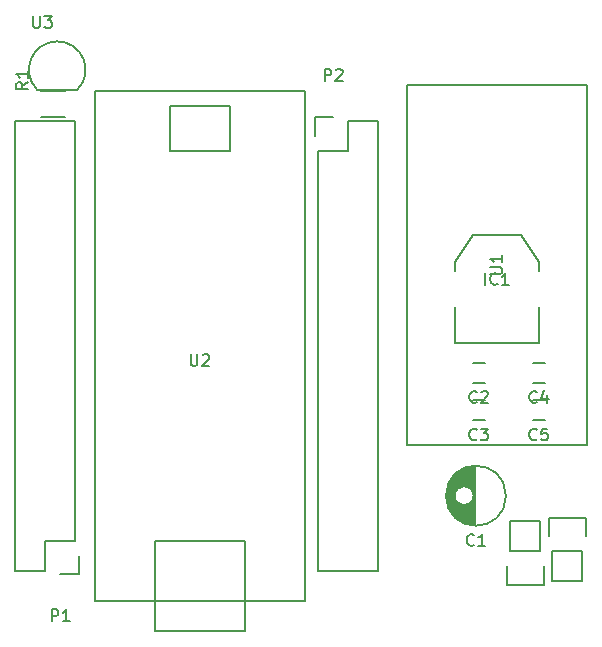
<source format=gto>
G04 #@! TF.FileFunction,Legend,Top*
%FSLAX46Y46*%
G04 Gerber Fmt 4.6, Leading zero omitted, Abs format (unit mm)*
G04 Created by KiCad (PCBNEW 4.0.2-stable) date 12-Jun-16 1:17:00 PM*
%MOMM*%
G01*
G04 APERTURE LIST*
%ADD10C,0.100000*%
%ADD11C,0.150000*%
G04 APERTURE END LIST*
D10*
D11*
X171899000Y-128229000D02*
X171899000Y-123231000D01*
X171759000Y-128221000D02*
X171759000Y-125884000D01*
X171759000Y-125576000D02*
X171759000Y-123239000D01*
X171619000Y-128205000D02*
X171619000Y-126203000D01*
X171619000Y-125257000D02*
X171619000Y-123255000D01*
X171479000Y-128181000D02*
X171479000Y-126350000D01*
X171479000Y-125110000D02*
X171479000Y-123279000D01*
X171339000Y-128148000D02*
X171339000Y-126442000D01*
X171339000Y-125018000D02*
X171339000Y-123312000D01*
X171199000Y-128107000D02*
X171199000Y-126498000D01*
X171199000Y-124962000D02*
X171199000Y-123353000D01*
X171059000Y-128057000D02*
X171059000Y-126525000D01*
X171059000Y-124935000D02*
X171059000Y-123403000D01*
X170919000Y-127996000D02*
X170919000Y-126528000D01*
X170919000Y-124932000D02*
X170919000Y-123464000D01*
X170779000Y-127926000D02*
X170779000Y-126506000D01*
X170779000Y-124954000D02*
X170779000Y-123534000D01*
X170639000Y-127844000D02*
X170639000Y-126456000D01*
X170639000Y-125004000D02*
X170639000Y-123616000D01*
X170499000Y-127749000D02*
X170499000Y-126374000D01*
X170499000Y-125086000D02*
X170499000Y-123711000D01*
X170359000Y-127638000D02*
X170359000Y-126242000D01*
X170359000Y-125218000D02*
X170359000Y-123822000D01*
X170219000Y-127510000D02*
X170219000Y-125995000D01*
X170219000Y-125465000D02*
X170219000Y-123950000D01*
X170079000Y-127361000D02*
X170079000Y-124099000D01*
X169939000Y-127182000D02*
X169939000Y-124278000D01*
X169799000Y-126963000D02*
X169799000Y-124497000D01*
X169659000Y-126674000D02*
X169659000Y-124786000D01*
X169519000Y-126202000D02*
X169519000Y-125258000D01*
X171774000Y-125730000D02*
G75*
G03X171774000Y-125730000I-800000J0D01*
G01*
X174511500Y-125730000D02*
G75*
G03X174511500Y-125730000I-2537500J0D01*
G01*
X171712000Y-116166000D02*
X172712000Y-116166000D01*
X172712000Y-114466000D02*
X171712000Y-114466000D01*
X171712000Y-119341000D02*
X172712000Y-119341000D01*
X172712000Y-117641000D02*
X171712000Y-117641000D01*
X176792000Y-116166000D02*
X177792000Y-116166000D01*
X177792000Y-114466000D02*
X176792000Y-114466000D01*
X176792000Y-119341000D02*
X177792000Y-119341000D01*
X177792000Y-117641000D02*
X176792000Y-117641000D01*
X170180000Y-109728000D02*
X170180000Y-112776000D01*
X170180000Y-112776000D02*
X177292000Y-112776000D01*
X177292000Y-112776000D02*
X177292000Y-109728000D01*
X170180000Y-106680000D02*
X170180000Y-105918000D01*
X170180000Y-105918000D02*
X171704000Y-103632000D01*
X171704000Y-103632000D02*
X175768000Y-103632000D01*
X175768000Y-103632000D02*
X177292000Y-105918000D01*
X177292000Y-105918000D02*
X177292000Y-106680000D01*
X181356000Y-90932000D02*
X166116000Y-90932000D01*
X166116000Y-90932000D02*
X166116000Y-121412000D01*
X166116000Y-121412000D02*
X181356000Y-121412000D01*
X181356000Y-121412000D02*
X181356000Y-90932000D01*
X146050000Y-92710000D02*
X146050000Y-96520000D01*
X146050000Y-96520000D02*
X151130000Y-96520000D01*
X151130000Y-96520000D02*
X151130000Y-92710000D01*
X151130000Y-92710000D02*
X146050000Y-92710000D01*
X146050000Y-92710000D02*
X147320000Y-92710000D01*
X151130000Y-129540000D02*
X144780000Y-129540000D01*
X144780000Y-129540000D02*
X144780000Y-137160000D01*
X144780000Y-137160000D02*
X152400000Y-137160000D01*
X152400000Y-137160000D02*
X152400000Y-129540000D01*
X152400000Y-129540000D02*
X151130000Y-129540000D01*
X157480000Y-91440000D02*
X139700000Y-91440000D01*
X139700000Y-91440000D02*
X139700000Y-134620000D01*
X139700000Y-134620000D02*
X157480000Y-134620000D01*
X157480000Y-134620000D02*
X157480000Y-91440000D01*
X132969000Y-93980000D02*
X132969000Y-132080000D01*
X138049000Y-129540000D02*
X138049000Y-93980000D01*
X132969000Y-93980000D02*
X138049000Y-93980000D01*
X132969000Y-132080000D02*
X135509000Y-132080000D01*
X136779000Y-132360000D02*
X138329000Y-132360000D01*
X135509000Y-132080000D02*
X135509000Y-129540000D01*
X135509000Y-129540000D02*
X138049000Y-129540000D01*
X138329000Y-132360000D02*
X138329000Y-130810000D01*
X163703000Y-132080000D02*
X163703000Y-93980000D01*
X158623000Y-96520000D02*
X158623000Y-132080000D01*
X163703000Y-132080000D02*
X158623000Y-132080000D01*
X163703000Y-93980000D02*
X161163000Y-93980000D01*
X159893000Y-93700000D02*
X158343000Y-93700000D01*
X161163000Y-93980000D02*
X161163000Y-96520000D01*
X161163000Y-96520000D02*
X158623000Y-96520000D01*
X158343000Y-93700000D02*
X158343000Y-95250000D01*
X174879000Y-130429000D02*
X174879000Y-127889000D01*
X174599000Y-133249000D02*
X174599000Y-131699000D01*
X174879000Y-130429000D02*
X177419000Y-130429000D01*
X177699000Y-131699000D02*
X177699000Y-133249000D01*
X177699000Y-133249000D02*
X174599000Y-133249000D01*
X177419000Y-130429000D02*
X177419000Y-127889000D01*
X177419000Y-127889000D02*
X174879000Y-127889000D01*
X180975000Y-130429000D02*
X180975000Y-132969000D01*
X181255000Y-127609000D02*
X181255000Y-129159000D01*
X180975000Y-130429000D02*
X178435000Y-130429000D01*
X178155000Y-129159000D02*
X178155000Y-127609000D01*
X178155000Y-127609000D02*
X181255000Y-127609000D01*
X178435000Y-130429000D02*
X178435000Y-132969000D01*
X178435000Y-132969000D02*
X180975000Y-132969000D01*
X135144000Y-91508000D02*
X137144000Y-91508000D01*
X137144000Y-93658000D02*
X135144000Y-93658000D01*
X134825000Y-91362000D02*
X138225000Y-91362000D01*
X134827944Y-91359056D02*
G75*
G02X136525000Y-87262000I1697056J1697056D01*
G01*
X138222056Y-91359056D02*
G75*
G03X136525000Y-87262000I-1697056J1697056D01*
G01*
X171807334Y-129887143D02*
X171759715Y-129934762D01*
X171616858Y-129982381D01*
X171521620Y-129982381D01*
X171378762Y-129934762D01*
X171283524Y-129839524D01*
X171235905Y-129744286D01*
X171188286Y-129553810D01*
X171188286Y-129410952D01*
X171235905Y-129220476D01*
X171283524Y-129125238D01*
X171378762Y-129030000D01*
X171521620Y-128982381D01*
X171616858Y-128982381D01*
X171759715Y-129030000D01*
X171807334Y-129077619D01*
X172759715Y-129982381D02*
X172188286Y-129982381D01*
X172474000Y-129982381D02*
X172474000Y-128982381D01*
X172378762Y-129125238D01*
X172283524Y-129220476D01*
X172188286Y-129268095D01*
X172045334Y-117773143D02*
X171997715Y-117820762D01*
X171854858Y-117868381D01*
X171759620Y-117868381D01*
X171616762Y-117820762D01*
X171521524Y-117725524D01*
X171473905Y-117630286D01*
X171426286Y-117439810D01*
X171426286Y-117296952D01*
X171473905Y-117106476D01*
X171521524Y-117011238D01*
X171616762Y-116916000D01*
X171759620Y-116868381D01*
X171854858Y-116868381D01*
X171997715Y-116916000D01*
X172045334Y-116963619D01*
X172426286Y-116963619D02*
X172473905Y-116916000D01*
X172569143Y-116868381D01*
X172807239Y-116868381D01*
X172902477Y-116916000D01*
X172950096Y-116963619D01*
X172997715Y-117058857D01*
X172997715Y-117154095D01*
X172950096Y-117296952D01*
X172378667Y-117868381D01*
X172997715Y-117868381D01*
X172045334Y-120948143D02*
X171997715Y-120995762D01*
X171854858Y-121043381D01*
X171759620Y-121043381D01*
X171616762Y-120995762D01*
X171521524Y-120900524D01*
X171473905Y-120805286D01*
X171426286Y-120614810D01*
X171426286Y-120471952D01*
X171473905Y-120281476D01*
X171521524Y-120186238D01*
X171616762Y-120091000D01*
X171759620Y-120043381D01*
X171854858Y-120043381D01*
X171997715Y-120091000D01*
X172045334Y-120138619D01*
X172378667Y-120043381D02*
X172997715Y-120043381D01*
X172664381Y-120424333D01*
X172807239Y-120424333D01*
X172902477Y-120471952D01*
X172950096Y-120519571D01*
X172997715Y-120614810D01*
X172997715Y-120852905D01*
X172950096Y-120948143D01*
X172902477Y-120995762D01*
X172807239Y-121043381D01*
X172521524Y-121043381D01*
X172426286Y-120995762D01*
X172378667Y-120948143D01*
X177125334Y-117773143D02*
X177077715Y-117820762D01*
X176934858Y-117868381D01*
X176839620Y-117868381D01*
X176696762Y-117820762D01*
X176601524Y-117725524D01*
X176553905Y-117630286D01*
X176506286Y-117439810D01*
X176506286Y-117296952D01*
X176553905Y-117106476D01*
X176601524Y-117011238D01*
X176696762Y-116916000D01*
X176839620Y-116868381D01*
X176934858Y-116868381D01*
X177077715Y-116916000D01*
X177125334Y-116963619D01*
X177982477Y-117201714D02*
X177982477Y-117868381D01*
X177744381Y-116820762D02*
X177506286Y-117535048D01*
X178125334Y-117535048D01*
X177125334Y-120948143D02*
X177077715Y-120995762D01*
X176934858Y-121043381D01*
X176839620Y-121043381D01*
X176696762Y-120995762D01*
X176601524Y-120900524D01*
X176553905Y-120805286D01*
X176506286Y-120614810D01*
X176506286Y-120471952D01*
X176553905Y-120281476D01*
X176601524Y-120186238D01*
X176696762Y-120091000D01*
X176839620Y-120043381D01*
X176934858Y-120043381D01*
X177077715Y-120091000D01*
X177125334Y-120138619D01*
X178030096Y-120043381D02*
X177553905Y-120043381D01*
X177506286Y-120519571D01*
X177553905Y-120471952D01*
X177649143Y-120424333D01*
X177887239Y-120424333D01*
X177982477Y-120471952D01*
X178030096Y-120519571D01*
X178077715Y-120614810D01*
X178077715Y-120852905D01*
X178030096Y-120948143D01*
X177982477Y-120995762D01*
X177887239Y-121043381D01*
X177649143Y-121043381D01*
X177553905Y-120995762D01*
X177506286Y-120948143D01*
X172759810Y-107894381D02*
X172759810Y-106894381D01*
X173807429Y-107799143D02*
X173759810Y-107846762D01*
X173616953Y-107894381D01*
X173521715Y-107894381D01*
X173378857Y-107846762D01*
X173283619Y-107751524D01*
X173236000Y-107656286D01*
X173188381Y-107465810D01*
X173188381Y-107322952D01*
X173236000Y-107132476D01*
X173283619Y-107037238D01*
X173378857Y-106942000D01*
X173521715Y-106894381D01*
X173616953Y-106894381D01*
X173759810Y-106942000D01*
X173807429Y-106989619D01*
X174759810Y-107894381D02*
X174188381Y-107894381D01*
X174474095Y-107894381D02*
X174474095Y-106894381D01*
X174378857Y-107037238D01*
X174283619Y-107132476D01*
X174188381Y-107180095D01*
X173188381Y-106933905D02*
X173997905Y-106933905D01*
X174093143Y-106886286D01*
X174140762Y-106838667D01*
X174188381Y-106743429D01*
X174188381Y-106552952D01*
X174140762Y-106457714D01*
X174093143Y-106410095D01*
X173997905Y-106362476D01*
X173188381Y-106362476D01*
X174188381Y-105362476D02*
X174188381Y-105933905D01*
X174188381Y-105648191D02*
X173188381Y-105648191D01*
X173331238Y-105743429D01*
X173426476Y-105838667D01*
X173474095Y-105933905D01*
X147828095Y-113752381D02*
X147828095Y-114561905D01*
X147875714Y-114657143D01*
X147923333Y-114704762D01*
X148018571Y-114752381D01*
X148209048Y-114752381D01*
X148304286Y-114704762D01*
X148351905Y-114657143D01*
X148399524Y-114561905D01*
X148399524Y-113752381D01*
X148828095Y-113847619D02*
X148875714Y-113800000D01*
X148970952Y-113752381D01*
X149209048Y-113752381D01*
X149304286Y-113800000D01*
X149351905Y-113847619D01*
X149399524Y-113942857D01*
X149399524Y-114038095D01*
X149351905Y-114180952D01*
X148780476Y-114752381D01*
X149399524Y-114752381D01*
X136040905Y-136362381D02*
X136040905Y-135362381D01*
X136421858Y-135362381D01*
X136517096Y-135410000D01*
X136564715Y-135457619D01*
X136612334Y-135552857D01*
X136612334Y-135695714D01*
X136564715Y-135790952D01*
X136517096Y-135838571D01*
X136421858Y-135886190D01*
X136040905Y-135886190D01*
X137564715Y-136362381D02*
X136993286Y-136362381D01*
X137279000Y-136362381D02*
X137279000Y-135362381D01*
X137183762Y-135505238D01*
X137088524Y-135600476D01*
X136993286Y-135648095D01*
X159154905Y-90602381D02*
X159154905Y-89602381D01*
X159535858Y-89602381D01*
X159631096Y-89650000D01*
X159678715Y-89697619D01*
X159726334Y-89792857D01*
X159726334Y-89935714D01*
X159678715Y-90030952D01*
X159631096Y-90078571D01*
X159535858Y-90126190D01*
X159154905Y-90126190D01*
X160107286Y-89697619D02*
X160154905Y-89650000D01*
X160250143Y-89602381D01*
X160488239Y-89602381D01*
X160583477Y-89650000D01*
X160631096Y-89697619D01*
X160678715Y-89792857D01*
X160678715Y-89888095D01*
X160631096Y-90030952D01*
X160059667Y-90602381D01*
X160678715Y-90602381D01*
X134056381Y-90717666D02*
X133580190Y-91051000D01*
X134056381Y-91289095D02*
X133056381Y-91289095D01*
X133056381Y-90908142D01*
X133104000Y-90812904D01*
X133151619Y-90765285D01*
X133246857Y-90717666D01*
X133389714Y-90717666D01*
X133484952Y-90765285D01*
X133532571Y-90812904D01*
X133580190Y-90908142D01*
X133580190Y-91289095D01*
X134056381Y-89765285D02*
X134056381Y-90336714D01*
X134056381Y-90051000D02*
X133056381Y-90051000D01*
X133199238Y-90146238D01*
X133294476Y-90241476D01*
X133342095Y-90336714D01*
X134493095Y-85114381D02*
X134493095Y-85923905D01*
X134540714Y-86019143D01*
X134588333Y-86066762D01*
X134683571Y-86114381D01*
X134874048Y-86114381D01*
X134969286Y-86066762D01*
X135016905Y-86019143D01*
X135064524Y-85923905D01*
X135064524Y-85114381D01*
X135445476Y-85114381D02*
X136064524Y-85114381D01*
X135731190Y-85495333D01*
X135874048Y-85495333D01*
X135969286Y-85542952D01*
X136016905Y-85590571D01*
X136064524Y-85685810D01*
X136064524Y-85923905D01*
X136016905Y-86019143D01*
X135969286Y-86066762D01*
X135874048Y-86114381D01*
X135588333Y-86114381D01*
X135493095Y-86066762D01*
X135445476Y-86019143D01*
M02*

</source>
